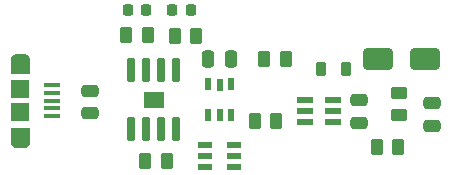
<source format=gbr>
%TF.GenerationSoftware,KiCad,Pcbnew,8.0.1*%
%TF.CreationDate,2024-04-19T14:44:52+05:30*%
%TF.ProjectId,Li-po_charger_with_BOOST,4c692d70-6f5f-4636-9861-726765725f77,rev?*%
%TF.SameCoordinates,Original*%
%TF.FileFunction,Paste,Top*%
%TF.FilePolarity,Positive*%
%FSLAX46Y46*%
G04 Gerber Fmt 4.6, Leading zero omitted, Abs format (unit mm)*
G04 Created by KiCad (PCBNEW 8.0.1) date 2024-04-19 14:44:52*
%MOMM*%
%LPD*%
G01*
G04 APERTURE LIST*
G04 Aperture macros list*
%AMRoundRect*
0 Rectangle with rounded corners*
0 $1 Rounding radius*
0 $2 $3 $4 $5 $6 $7 $8 $9 X,Y pos of 4 corners*
0 Add a 4 corners polygon primitive as box body*
4,1,4,$2,$3,$4,$5,$6,$7,$8,$9,$2,$3,0*
0 Add four circle primitives for the rounded corners*
1,1,$1+$1,$2,$3*
1,1,$1+$1,$4,$5*
1,1,$1+$1,$6,$7*
1,1,$1+$1,$8,$9*
0 Add four rect primitives between the rounded corners*
20,1,$1+$1,$2,$3,$4,$5,0*
20,1,$1+$1,$4,$5,$6,$7,0*
20,1,$1+$1,$6,$7,$8,$9,0*
20,1,$1+$1,$8,$9,$2,$3,0*%
G04 Aperture macros list end*
%ADD10C,0.010000*%
%ADD11R,1.350000X0.400000*%
%ADD12R,1.550000X1.500000*%
%ADD13RoundRect,0.250000X0.450000X-0.262500X0.450000X0.262500X-0.450000X0.262500X-0.450000X-0.262500X0*%
%ADD14RoundRect,0.250000X-0.262500X-0.450000X0.262500X-0.450000X0.262500X0.450000X-0.262500X0.450000X0*%
%ADD15RoundRect,0.088500X-0.596500X-0.206500X0.596500X-0.206500X0.596500X0.206500X-0.596500X0.206500X0*%
%ADD16RoundRect,0.088500X0.596500X0.206500X-0.596500X0.206500X-0.596500X-0.206500X0.596500X-0.206500X0*%
%ADD17RoundRect,0.250000X1.000000X0.650000X-1.000000X0.650000X-1.000000X-0.650000X1.000000X-0.650000X0*%
%ADD18RoundRect,0.250000X-0.475000X0.250000X-0.475000X-0.250000X0.475000X-0.250000X0.475000X0.250000X0*%
%ADD19RoundRect,0.250000X0.475000X-0.250000X0.475000X0.250000X-0.475000X0.250000X-0.475000X-0.250000X0*%
%ADD20RoundRect,0.088500X-0.516500X-0.206500X0.516500X-0.206500X0.516500X0.206500X-0.516500X0.206500X0*%
%ADD21RoundRect,0.250000X0.262500X0.450000X-0.262500X0.450000X-0.262500X-0.450000X0.262500X-0.450000X0*%
%ADD22R,0.600000X1.100000*%
%ADD23RoundRect,0.042000X0.258000X-0.943000X0.258000X0.943000X-0.258000X0.943000X-0.258000X-0.943000X0*%
%ADD24RoundRect,0.250000X-0.250000X-0.475000X0.250000X-0.475000X0.250000X0.475000X-0.250000X0.475000X0*%
%ADD25RoundRect,0.218750X0.218750X0.256250X-0.218750X0.256250X-0.218750X-0.256250X0.218750X-0.256250X0*%
%ADD26RoundRect,0.218750X-0.218750X-0.256250X0.218750X-0.256250X0.218750X0.256250X-0.218750X0.256250X0*%
%ADD27RoundRect,0.218750X-0.218750X-0.381250X0.218750X-0.381250X0.218750X0.381250X-0.218750X0.381250X0*%
G04 APERTURE END LIST*
D10*
%TO.C,J2*%
X58401000Y-81356000D02*
X58427000Y-81358000D01*
X58453000Y-81361000D01*
X58479000Y-81366000D01*
X58504000Y-81372000D01*
X58530000Y-81379000D01*
X58554000Y-81388000D01*
X58578000Y-81398000D01*
X58602000Y-81409000D01*
X58625000Y-81422000D01*
X58647000Y-81436000D01*
X58669000Y-81450000D01*
X58690000Y-81466000D01*
X58710000Y-81483000D01*
X58729000Y-81501000D01*
X58747000Y-81520000D01*
X58764000Y-81540000D01*
X58780000Y-81561000D01*
X58794000Y-81583000D01*
X58808000Y-81605000D01*
X58821000Y-81628000D01*
X58832000Y-81652000D01*
X58842000Y-81676000D01*
X58851000Y-81700000D01*
X58858000Y-81726000D01*
X58864000Y-81751000D01*
X58869000Y-81777000D01*
X58872000Y-81803000D01*
X58874000Y-81829000D01*
X58875000Y-81855000D01*
X58875000Y-83000000D01*
X57325000Y-83000000D01*
X57325000Y-81855000D01*
X57326000Y-81829000D01*
X57328000Y-81803000D01*
X57331000Y-81777000D01*
X57336000Y-81751000D01*
X57342000Y-81726000D01*
X57349000Y-81700000D01*
X57358000Y-81676000D01*
X57368000Y-81652000D01*
X57379000Y-81628000D01*
X57392000Y-81605000D01*
X57406000Y-81583000D01*
X57420000Y-81561000D01*
X57436000Y-81540000D01*
X57453000Y-81520000D01*
X57471000Y-81501000D01*
X57490000Y-81483000D01*
X57510000Y-81466000D01*
X57531000Y-81450000D01*
X57553000Y-81436000D01*
X57575000Y-81422000D01*
X57598000Y-81409000D01*
X57622000Y-81398000D01*
X57646000Y-81388000D01*
X57670000Y-81379000D01*
X57696000Y-81372000D01*
X57721000Y-81366000D01*
X57747000Y-81361000D01*
X57773000Y-81358000D01*
X57799000Y-81356000D01*
X57825000Y-81355000D01*
X58375000Y-81355000D01*
X58401000Y-81356000D01*
G36*
X58401000Y-81356000D02*
G01*
X58427000Y-81358000D01*
X58453000Y-81361000D01*
X58479000Y-81366000D01*
X58504000Y-81372000D01*
X58530000Y-81379000D01*
X58554000Y-81388000D01*
X58578000Y-81398000D01*
X58602000Y-81409000D01*
X58625000Y-81422000D01*
X58647000Y-81436000D01*
X58669000Y-81450000D01*
X58690000Y-81466000D01*
X58710000Y-81483000D01*
X58729000Y-81501000D01*
X58747000Y-81520000D01*
X58764000Y-81540000D01*
X58780000Y-81561000D01*
X58794000Y-81583000D01*
X58808000Y-81605000D01*
X58821000Y-81628000D01*
X58832000Y-81652000D01*
X58842000Y-81676000D01*
X58851000Y-81700000D01*
X58858000Y-81726000D01*
X58864000Y-81751000D01*
X58869000Y-81777000D01*
X58872000Y-81803000D01*
X58874000Y-81829000D01*
X58875000Y-81855000D01*
X58875000Y-83000000D01*
X57325000Y-83000000D01*
X57325000Y-81855000D01*
X57326000Y-81829000D01*
X57328000Y-81803000D01*
X57331000Y-81777000D01*
X57336000Y-81751000D01*
X57342000Y-81726000D01*
X57349000Y-81700000D01*
X57358000Y-81676000D01*
X57368000Y-81652000D01*
X57379000Y-81628000D01*
X57392000Y-81605000D01*
X57406000Y-81583000D01*
X57420000Y-81561000D01*
X57436000Y-81540000D01*
X57453000Y-81520000D01*
X57471000Y-81501000D01*
X57490000Y-81483000D01*
X57510000Y-81466000D01*
X57531000Y-81450000D01*
X57553000Y-81436000D01*
X57575000Y-81422000D01*
X57598000Y-81409000D01*
X57622000Y-81398000D01*
X57646000Y-81388000D01*
X57670000Y-81379000D01*
X57696000Y-81372000D01*
X57721000Y-81366000D01*
X57747000Y-81361000D01*
X57773000Y-81358000D01*
X57799000Y-81356000D01*
X57825000Y-81355000D01*
X58375000Y-81355000D01*
X58401000Y-81356000D01*
G37*
X58875000Y-88745000D02*
X58874000Y-88771000D01*
X58872000Y-88797000D01*
X58869000Y-88823000D01*
X58864000Y-88849000D01*
X58858000Y-88874000D01*
X58851000Y-88900000D01*
X58842000Y-88924000D01*
X58832000Y-88948000D01*
X58821000Y-88972000D01*
X58808000Y-88995000D01*
X58794000Y-89017000D01*
X58780000Y-89039000D01*
X58764000Y-89060000D01*
X58747000Y-89080000D01*
X58729000Y-89099000D01*
X58710000Y-89117000D01*
X58690000Y-89134000D01*
X58669000Y-89150000D01*
X58647000Y-89164000D01*
X58625000Y-89178000D01*
X58602000Y-89191000D01*
X58578000Y-89202000D01*
X58554000Y-89212000D01*
X58530000Y-89221000D01*
X58504000Y-89228000D01*
X58479000Y-89234000D01*
X58453000Y-89239000D01*
X58427000Y-89242000D01*
X58401000Y-89244000D01*
X58375000Y-89245000D01*
X57825000Y-89245000D01*
X57799000Y-89244000D01*
X57773000Y-89242000D01*
X57747000Y-89239000D01*
X57721000Y-89234000D01*
X57696000Y-89228000D01*
X57670000Y-89221000D01*
X57646000Y-89212000D01*
X57622000Y-89202000D01*
X57598000Y-89191000D01*
X57575000Y-89178000D01*
X57553000Y-89164000D01*
X57531000Y-89150000D01*
X57510000Y-89134000D01*
X57490000Y-89117000D01*
X57471000Y-89099000D01*
X57453000Y-89080000D01*
X57436000Y-89060000D01*
X57420000Y-89039000D01*
X57406000Y-89017000D01*
X57392000Y-88995000D01*
X57379000Y-88972000D01*
X57368000Y-88948000D01*
X57358000Y-88924000D01*
X57349000Y-88900000D01*
X57342000Y-88874000D01*
X57336000Y-88849000D01*
X57331000Y-88823000D01*
X57328000Y-88797000D01*
X57326000Y-88771000D01*
X57325000Y-88745000D01*
X57325000Y-87600000D01*
X58875000Y-87600000D01*
X58875000Y-88745000D01*
G36*
X58875000Y-88745000D02*
G01*
X58874000Y-88771000D01*
X58872000Y-88797000D01*
X58869000Y-88823000D01*
X58864000Y-88849000D01*
X58858000Y-88874000D01*
X58851000Y-88900000D01*
X58842000Y-88924000D01*
X58832000Y-88948000D01*
X58821000Y-88972000D01*
X58808000Y-88995000D01*
X58794000Y-89017000D01*
X58780000Y-89039000D01*
X58764000Y-89060000D01*
X58747000Y-89080000D01*
X58729000Y-89099000D01*
X58710000Y-89117000D01*
X58690000Y-89134000D01*
X58669000Y-89150000D01*
X58647000Y-89164000D01*
X58625000Y-89178000D01*
X58602000Y-89191000D01*
X58578000Y-89202000D01*
X58554000Y-89212000D01*
X58530000Y-89221000D01*
X58504000Y-89228000D01*
X58479000Y-89234000D01*
X58453000Y-89239000D01*
X58427000Y-89242000D01*
X58401000Y-89244000D01*
X58375000Y-89245000D01*
X57825000Y-89245000D01*
X57799000Y-89244000D01*
X57773000Y-89242000D01*
X57747000Y-89239000D01*
X57721000Y-89234000D01*
X57696000Y-89228000D01*
X57670000Y-89221000D01*
X57646000Y-89212000D01*
X57622000Y-89202000D01*
X57598000Y-89191000D01*
X57575000Y-89178000D01*
X57553000Y-89164000D01*
X57531000Y-89150000D01*
X57510000Y-89134000D01*
X57490000Y-89117000D01*
X57471000Y-89099000D01*
X57453000Y-89080000D01*
X57436000Y-89060000D01*
X57420000Y-89039000D01*
X57406000Y-89017000D01*
X57392000Y-88995000D01*
X57379000Y-88972000D01*
X57368000Y-88948000D01*
X57358000Y-88924000D01*
X57349000Y-88900000D01*
X57342000Y-88874000D01*
X57336000Y-88849000D01*
X57331000Y-88823000D01*
X57328000Y-88797000D01*
X57326000Y-88771000D01*
X57325000Y-88745000D01*
X57325000Y-87600000D01*
X58875000Y-87600000D01*
X58875000Y-88745000D01*
G37*
%TO.C,U1*%
X70220000Y-85845000D02*
X68580000Y-85845000D01*
X68580000Y-84555000D01*
X70220000Y-84555000D01*
X70220000Y-85845000D01*
G36*
X70220000Y-85845000D02*
G01*
X68580000Y-85845000D01*
X68580000Y-84555000D01*
X70220000Y-84555000D01*
X70220000Y-85845000D01*
G37*
%TD*%
D11*
%TO.C,J2*%
X60775000Y-84000000D03*
X60775000Y-84650000D03*
X60775000Y-85300000D03*
X60775000Y-85950000D03*
X60775000Y-86600000D03*
D12*
X58100000Y-84300000D03*
X58100000Y-86300000D03*
%TD*%
D13*
%TO.C,R6*%
X90200000Y-86512500D03*
X90200000Y-84687500D03*
%TD*%
D14*
%TO.C,R7*%
X88287500Y-89200000D03*
X90112500Y-89200000D03*
%TD*%
D15*
%TO.C,U2*%
X82230000Y-85250000D03*
X82230000Y-86200000D03*
X82230000Y-87150000D03*
D16*
X84570000Y-87150000D03*
X84570000Y-86200000D03*
X84570000Y-85250000D03*
%TD*%
D17*
%TO.C,D3*%
X92400000Y-81800000D03*
X88400000Y-81800000D03*
%TD*%
D14*
%TO.C,R2*%
X68687500Y-90400000D03*
X70512500Y-90400000D03*
%TD*%
D18*
%TO.C,C5*%
X64000000Y-84450000D03*
X64000000Y-86350000D03*
%TD*%
D19*
%TO.C,C3*%
X86800000Y-87187500D03*
X86800000Y-85287500D03*
%TD*%
D18*
%TO.C,C4*%
X93000000Y-85537500D03*
X93000000Y-87437500D03*
%TD*%
D20*
%TO.C,Q1*%
X73745000Y-89050000D03*
X73745000Y-90000000D03*
X73745000Y-90950000D03*
X76255000Y-90950000D03*
X76255000Y-90000000D03*
X76255000Y-89050000D03*
%TD*%
D21*
%TO.C,R3*%
X73025000Y-79800000D03*
X71200000Y-79800000D03*
%TD*%
%TO.C,R1*%
X68925000Y-79745000D03*
X67100000Y-79745000D03*
%TD*%
D22*
%TO.C,IC1*%
X74050000Y-86500000D03*
X75000000Y-86500000D03*
X75950000Y-86500000D03*
X75950000Y-83900000D03*
X75000000Y-83960000D03*
X74050000Y-83900000D03*
%TD*%
D23*
%TO.C,U1*%
X67495000Y-87675000D03*
X68765000Y-87675000D03*
X70035000Y-87675000D03*
X71305000Y-87675000D03*
X71305000Y-82725000D03*
X70035000Y-82725000D03*
X68765000Y-82725000D03*
X67495000Y-82725000D03*
%TD*%
D24*
%TO.C,C2*%
X74050000Y-81800000D03*
X75950000Y-81800000D03*
%TD*%
D25*
%TO.C,D2*%
X72587500Y-77600000D03*
X71012500Y-77600000D03*
%TD*%
D26*
%TO.C,D1*%
X67225000Y-77600000D03*
X68800000Y-77600000D03*
%TD*%
D14*
%TO.C,R4*%
X78775000Y-81800000D03*
X80600000Y-81800000D03*
%TD*%
D27*
%TO.C,L1*%
X83600000Y-82600000D03*
X85725000Y-82600000D03*
%TD*%
D14*
%TO.C,R5*%
X77975000Y-87000000D03*
X79800000Y-87000000D03*
%TD*%
M02*

</source>
